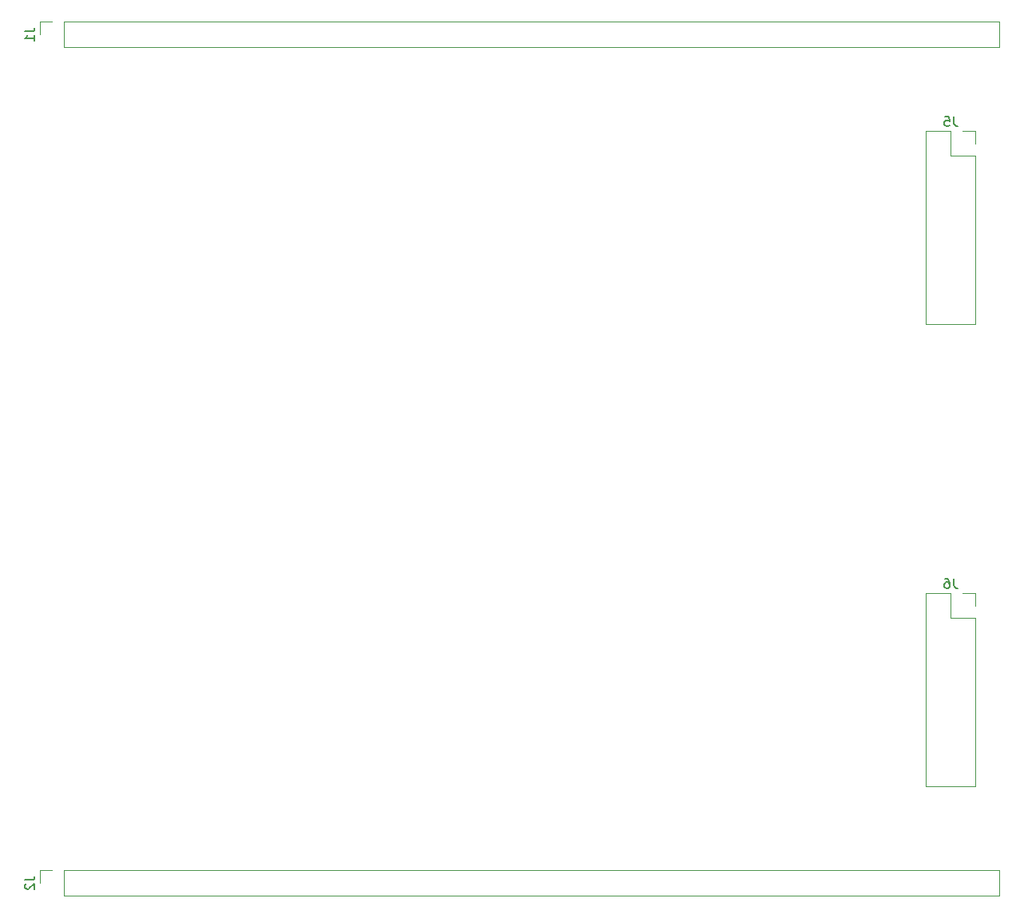
<source format=gbo>
G04 #@! TF.GenerationSoftware,KiCad,Pcbnew,(5.1.9)-1*
G04 #@! TF.CreationDate,2021-10-03T23:50:10-04:00*
G04 #@! TF.ProjectId,ab-register,61622d72-6567-4697-9374-65722e6b6963,1.0*
G04 #@! TF.SameCoordinates,Original*
G04 #@! TF.FileFunction,Legend,Bot*
G04 #@! TF.FilePolarity,Positive*
%FSLAX46Y46*%
G04 Gerber Fmt 4.6, Leading zero omitted, Abs format (unit mm)*
G04 Created by KiCad (PCBNEW (5.1.9)-1) date 2021-10-03 23:50:10*
%MOMM*%
%LPD*%
G01*
G04 APERTURE LIST*
%ADD10C,0.120000*%
%ADD11C,0.150000*%
%ADD12O,1.600000X1.600000*%
%ADD13R,1.600000X1.600000*%
%ADD14O,1.700000X1.700000*%
%ADD15R,1.700000X1.700000*%
G04 APERTURE END LIST*
D10*
X184230000Y-105270000D02*
X182900000Y-105270000D01*
X184230000Y-106600000D02*
X184230000Y-105270000D01*
X181630000Y-105270000D02*
X179030000Y-105270000D01*
X181630000Y-107870000D02*
X181630000Y-105270000D01*
X184230000Y-107870000D02*
X181630000Y-107870000D01*
X179030000Y-105270000D02*
X179030000Y-125710000D01*
X184230000Y-107870000D02*
X184230000Y-125710000D01*
X184230000Y-125710000D02*
X179030000Y-125710000D01*
X184230000Y-56270000D02*
X182900000Y-56270000D01*
X184230000Y-57600000D02*
X184230000Y-56270000D01*
X181630000Y-56270000D02*
X179030000Y-56270000D01*
X181630000Y-58870000D02*
X181630000Y-56270000D01*
X184230000Y-58870000D02*
X181630000Y-58870000D01*
X179030000Y-56270000D02*
X179030000Y-76710000D01*
X184230000Y-58870000D02*
X184230000Y-76710000D01*
X184230000Y-76710000D02*
X179030000Y-76710000D01*
X85070000Y-134670000D02*
X85070000Y-136000000D01*
X86400000Y-134670000D02*
X85070000Y-134670000D01*
X87670000Y-134670000D02*
X87670000Y-137330000D01*
X87670000Y-137330000D02*
X186790000Y-137330000D01*
X87670000Y-134670000D02*
X186790000Y-134670000D01*
X186790000Y-134670000D02*
X186790000Y-137330000D01*
X85070000Y-44670000D02*
X85070000Y-46000000D01*
X86400000Y-44670000D02*
X85070000Y-44670000D01*
X87670000Y-44670000D02*
X87670000Y-47330000D01*
X87670000Y-47330000D02*
X186790000Y-47330000D01*
X87670000Y-44670000D02*
X186790000Y-44670000D01*
X186790000Y-44670000D02*
X186790000Y-47330000D01*
D11*
X181963333Y-103722380D02*
X181963333Y-104436666D01*
X182010952Y-104579523D01*
X182106190Y-104674761D01*
X182249047Y-104722380D01*
X182344285Y-104722380D01*
X181058571Y-103722380D02*
X181249047Y-103722380D01*
X181344285Y-103770000D01*
X181391904Y-103817619D01*
X181487142Y-103960476D01*
X181534761Y-104150952D01*
X181534761Y-104531904D01*
X181487142Y-104627142D01*
X181439523Y-104674761D01*
X181344285Y-104722380D01*
X181153809Y-104722380D01*
X181058571Y-104674761D01*
X181010952Y-104627142D01*
X180963333Y-104531904D01*
X180963333Y-104293809D01*
X181010952Y-104198571D01*
X181058571Y-104150952D01*
X181153809Y-104103333D01*
X181344285Y-104103333D01*
X181439523Y-104150952D01*
X181487142Y-104198571D01*
X181534761Y-104293809D01*
X181963333Y-54722380D02*
X181963333Y-55436666D01*
X182010952Y-55579523D01*
X182106190Y-55674761D01*
X182249047Y-55722380D01*
X182344285Y-55722380D01*
X181010952Y-54722380D02*
X181487142Y-54722380D01*
X181534761Y-55198571D01*
X181487142Y-55150952D01*
X181391904Y-55103333D01*
X181153809Y-55103333D01*
X181058571Y-55150952D01*
X181010952Y-55198571D01*
X180963333Y-55293809D01*
X180963333Y-55531904D01*
X181010952Y-55627142D01*
X181058571Y-55674761D01*
X181153809Y-55722380D01*
X181391904Y-55722380D01*
X181487142Y-55674761D01*
X181534761Y-55627142D01*
X83522380Y-135666666D02*
X84236666Y-135666666D01*
X84379523Y-135619047D01*
X84474761Y-135523809D01*
X84522380Y-135380952D01*
X84522380Y-135285714D01*
X83617619Y-136095238D02*
X83570000Y-136142857D01*
X83522380Y-136238095D01*
X83522380Y-136476190D01*
X83570000Y-136571428D01*
X83617619Y-136619047D01*
X83712857Y-136666666D01*
X83808095Y-136666666D01*
X83950952Y-136619047D01*
X84522380Y-136047619D01*
X84522380Y-136666666D01*
X83522380Y-45666666D02*
X84236666Y-45666666D01*
X84379523Y-45619047D01*
X84474761Y-45523809D01*
X84522380Y-45380952D01*
X84522380Y-45285714D01*
X84522380Y-46666666D02*
X84522380Y-46095238D01*
X84522380Y-46380952D02*
X83522380Y-46380952D01*
X83665238Y-46285714D01*
X83760476Y-46190476D01*
X83808095Y-46095238D01*
%LPC*%
D12*
X119500000Y-64520000D03*
X96640000Y-56900000D03*
X116960000Y-64520000D03*
X99180000Y-56900000D03*
X114420000Y-64520000D03*
X101720000Y-56900000D03*
X111880000Y-64520000D03*
X104260000Y-56900000D03*
X109340000Y-64520000D03*
X106800000Y-56900000D03*
X106800000Y-64520000D03*
X109340000Y-56900000D03*
X104260000Y-64520000D03*
X111880000Y-56900000D03*
X101720000Y-64520000D03*
X114420000Y-56900000D03*
X99180000Y-64520000D03*
X116960000Y-56900000D03*
X96640000Y-64520000D03*
D13*
X119500000Y-56900000D03*
D12*
X153500000Y-64520000D03*
X130640000Y-56900000D03*
X150960000Y-64520000D03*
X133180000Y-56900000D03*
X148420000Y-64520000D03*
X135720000Y-56900000D03*
X145880000Y-64520000D03*
X138260000Y-56900000D03*
X143340000Y-64520000D03*
X140800000Y-56900000D03*
X140800000Y-64520000D03*
X143340000Y-56900000D03*
X138260000Y-64520000D03*
X145880000Y-56900000D03*
X135720000Y-64520000D03*
X148420000Y-56900000D03*
X133180000Y-64520000D03*
X150960000Y-56900000D03*
X130640000Y-64520000D03*
D13*
X153500000Y-56900000D03*
D14*
X180360000Y-124380000D03*
X182900000Y-124380000D03*
X180360000Y-121840000D03*
X182900000Y-121840000D03*
X180360000Y-119300000D03*
X182900000Y-119300000D03*
X180360000Y-116760000D03*
X182900000Y-116760000D03*
X180360000Y-114220000D03*
X182900000Y-114220000D03*
X180360000Y-111680000D03*
X182900000Y-111680000D03*
X180360000Y-109140000D03*
X182900000Y-109140000D03*
X180360000Y-106600000D03*
D15*
X182900000Y-106600000D03*
D12*
X119500000Y-123920000D03*
X96640000Y-116300000D03*
X116960000Y-123920000D03*
X99180000Y-116300000D03*
X114420000Y-123920000D03*
X101720000Y-116300000D03*
X111880000Y-123920000D03*
X104260000Y-116300000D03*
X109340000Y-123920000D03*
X106800000Y-116300000D03*
X106800000Y-123920000D03*
X109340000Y-116300000D03*
X104260000Y-123920000D03*
X111880000Y-116300000D03*
X101720000Y-123920000D03*
X114420000Y-116300000D03*
X99180000Y-123920000D03*
X116960000Y-116300000D03*
X96640000Y-123920000D03*
D13*
X119500000Y-116300000D03*
D12*
X153500000Y-123920000D03*
X130640000Y-116300000D03*
X150960000Y-123920000D03*
X133180000Y-116300000D03*
X148420000Y-123920000D03*
X135720000Y-116300000D03*
X145880000Y-123920000D03*
X138260000Y-116300000D03*
X143340000Y-123920000D03*
X140800000Y-116300000D03*
X140800000Y-123920000D03*
X143340000Y-116300000D03*
X138260000Y-123920000D03*
X145880000Y-116300000D03*
X135720000Y-123920000D03*
X148420000Y-116300000D03*
X133180000Y-123920000D03*
X150960000Y-116300000D03*
X130640000Y-123920000D03*
D13*
X153500000Y-116300000D03*
D14*
X180360000Y-75380000D03*
X182900000Y-75380000D03*
X180360000Y-72840000D03*
X182900000Y-72840000D03*
X180360000Y-70300000D03*
X182900000Y-70300000D03*
X180360000Y-67760000D03*
X182900000Y-67760000D03*
X180360000Y-65220000D03*
X182900000Y-65220000D03*
X180360000Y-62680000D03*
X182900000Y-62680000D03*
X180360000Y-60140000D03*
X182900000Y-60140000D03*
X180360000Y-57600000D03*
D15*
X182900000Y-57600000D03*
D14*
X185460000Y-136000000D03*
X182920000Y-136000000D03*
X180380000Y-136000000D03*
X177840000Y-136000000D03*
X175300000Y-136000000D03*
X172760000Y-136000000D03*
X170220000Y-136000000D03*
X167680000Y-136000000D03*
X165140000Y-136000000D03*
X162600000Y-136000000D03*
X160060000Y-136000000D03*
X157520000Y-136000000D03*
X154980000Y-136000000D03*
X152440000Y-136000000D03*
X149900000Y-136000000D03*
X147360000Y-136000000D03*
X144820000Y-136000000D03*
X142280000Y-136000000D03*
X139740000Y-136000000D03*
X137200000Y-136000000D03*
X134660000Y-136000000D03*
X132120000Y-136000000D03*
X129580000Y-136000000D03*
X127040000Y-136000000D03*
X124500000Y-136000000D03*
X121960000Y-136000000D03*
X119420000Y-136000000D03*
X116880000Y-136000000D03*
X114340000Y-136000000D03*
X111800000Y-136000000D03*
X109260000Y-136000000D03*
X106720000Y-136000000D03*
X104180000Y-136000000D03*
X101640000Y-136000000D03*
X99100000Y-136000000D03*
X96560000Y-136000000D03*
X94020000Y-136000000D03*
X91480000Y-136000000D03*
X88940000Y-136000000D03*
D15*
X86400000Y-136000000D03*
D14*
X185460000Y-46000000D03*
X182920000Y-46000000D03*
X180380000Y-46000000D03*
X177840000Y-46000000D03*
X175300000Y-46000000D03*
X172760000Y-46000000D03*
X170220000Y-46000000D03*
X167680000Y-46000000D03*
X165140000Y-46000000D03*
X162600000Y-46000000D03*
X160060000Y-46000000D03*
X157520000Y-46000000D03*
X154980000Y-46000000D03*
X152440000Y-46000000D03*
X149900000Y-46000000D03*
X147360000Y-46000000D03*
X144820000Y-46000000D03*
X142280000Y-46000000D03*
X139740000Y-46000000D03*
X137200000Y-46000000D03*
X134660000Y-46000000D03*
X132120000Y-46000000D03*
X129580000Y-46000000D03*
X127040000Y-46000000D03*
X124500000Y-46000000D03*
X121960000Y-46000000D03*
X119420000Y-46000000D03*
X116880000Y-46000000D03*
X114340000Y-46000000D03*
X111800000Y-46000000D03*
X109260000Y-46000000D03*
X106720000Y-46000000D03*
X104180000Y-46000000D03*
X101640000Y-46000000D03*
X99100000Y-46000000D03*
X96560000Y-46000000D03*
X94020000Y-46000000D03*
X91480000Y-46000000D03*
X88940000Y-46000000D03*
D15*
X86400000Y-46000000D03*
M02*

</source>
